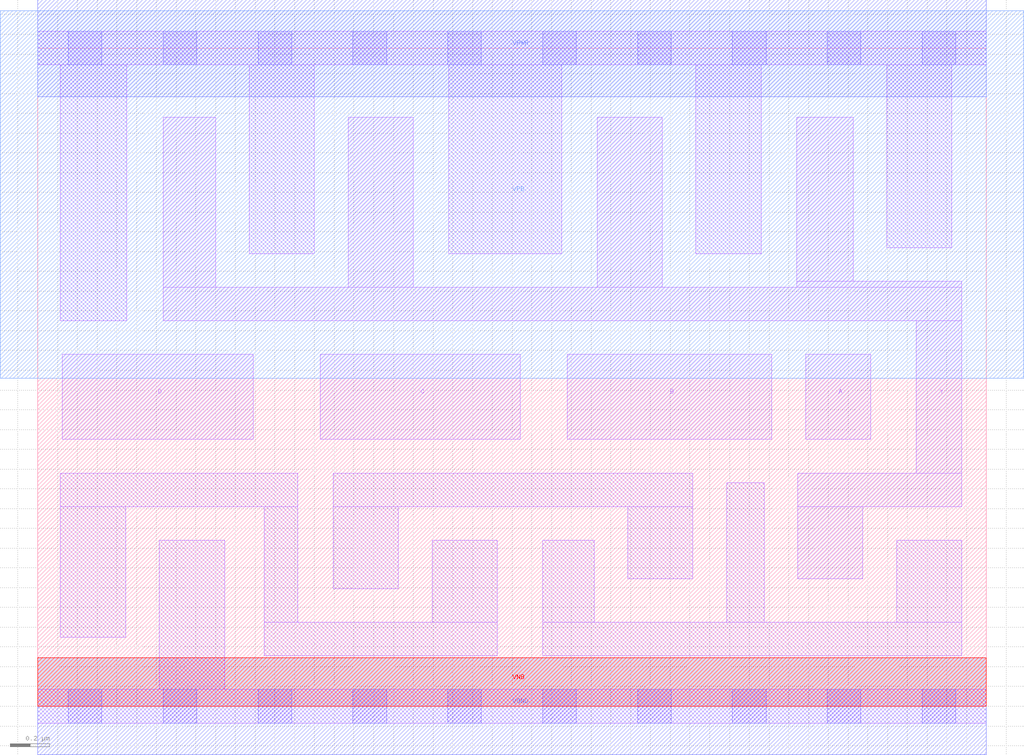
<source format=lef>
# Copyright 2020 The SkyWater PDK Authors
#
# Licensed under the Apache License, Version 2.0 (the "License");
# you may not use this file except in compliance with the License.
# You may obtain a copy of the License at
#
#     https://www.apache.org/licenses/LICENSE-2.0
#
# Unless required by applicable law or agreed to in writing, software
# distributed under the License is distributed on an "AS IS" BASIS,
# WITHOUT WARRANTIES OR CONDITIONS OF ANY KIND, either express or implied.
# See the License for the specific language governing permissions and
# limitations under the License.
#
# SPDX-License-Identifier: Apache-2.0

VERSION 5.7 ;
  NOWIREEXTENSIONATPIN ON ;
  DIVIDERCHAR "/" ;
  BUSBITCHARS "[]" ;
MACRO sky130_fd_sc_hs__nand4_2
  CLASS CORE ;
  FOREIGN sky130_fd_sc_hs__nand4_2 ;
  ORIGIN  0.000000  0.000000 ;
  SIZE  4.800000 BY  3.330000 ;
  SYMMETRY X Y ;
  SITE unit ;
  PIN A
    ANTENNAGATEAREA  0.558000 ;
    DIRECTION INPUT ;
    USE SIGNAL ;
    PORT
      LAYER li1 ;
        RECT 3.885000 1.350000 4.215000 1.780000 ;
    END
  END A
  PIN B
    ANTENNAGATEAREA  0.558000 ;
    DIRECTION INPUT ;
    USE SIGNAL ;
    PORT
      LAYER li1 ;
        RECT 2.680000 1.350000 3.715000 1.780000 ;
    END
  END B
  PIN C
    ANTENNAGATEAREA  0.558000 ;
    DIRECTION INPUT ;
    USE SIGNAL ;
    PORT
      LAYER li1 ;
        RECT 1.430000 1.350000 2.440000 1.780000 ;
    END
  END C
  PIN D
    ANTENNAGATEAREA  0.558000 ;
    DIRECTION INPUT ;
    USE SIGNAL ;
    PORT
      LAYER li1 ;
        RECT 0.125000 1.350000 1.090000 1.780000 ;
    END
  END D
  PIN Y
    ANTENNADIFFAREA  1.633200 ;
    DIRECTION OUTPUT ;
    USE SIGNAL ;
    PORT
      LAYER li1 ;
        RECT 0.635000 1.950000 4.675000 2.120000 ;
        RECT 0.635000 2.120000 0.900000 2.980000 ;
        RECT 1.570000 2.120000 1.900000 2.980000 ;
        RECT 2.830000 2.120000 3.160000 2.980000 ;
        RECT 3.840000 2.120000 4.675000 2.150000 ;
        RECT 3.840000 2.150000 4.125000 2.980000 ;
        RECT 3.845000 0.645000 4.175000 1.010000 ;
        RECT 3.845000 1.010000 4.675000 1.180000 ;
        RECT 4.445000 1.180000 4.675000 1.950000 ;
    END
  END Y
  PIN VGND
    DIRECTION INOUT ;
    USE GROUND ;
    PORT
      LAYER met1 ;
        RECT 0.000000 -0.245000 4.800000 0.245000 ;
    END
  END VGND
  PIN VNB
    DIRECTION INOUT ;
    USE GROUND ;
    PORT
      LAYER pwell ;
        RECT 0.000000 0.000000 4.800000 0.245000 ;
    END
  END VNB
  PIN VPB
    DIRECTION INOUT ;
    USE POWER ;
    PORT
      LAYER nwell ;
        RECT -0.190000 1.660000 4.990000 3.520000 ;
    END
  END VPB
  PIN VPWR
    DIRECTION INOUT ;
    USE POWER ;
    PORT
      LAYER met1 ;
        RECT 0.000000 3.085000 4.800000 3.575000 ;
    END
  END VPWR
  OBS
    LAYER li1 ;
      RECT 0.000000 -0.085000 4.800000 0.085000 ;
      RECT 0.000000  3.245000 4.800000 3.415000 ;
      RECT 0.115000  0.350000 0.445000 1.010000 ;
      RECT 0.115000  1.010000 1.315000 1.180000 ;
      RECT 0.115000  1.950000 0.450000 3.245000 ;
      RECT 0.615000  0.085000 0.945000 0.840000 ;
      RECT 1.070000  2.290000 1.400000 3.245000 ;
      RECT 1.145000  0.255000 2.325000 0.425000 ;
      RECT 1.145000  0.425000 1.315000 1.010000 ;
      RECT 1.495000  0.595000 1.825000 1.010000 ;
      RECT 1.495000  1.010000 3.315000 1.180000 ;
      RECT 1.995000  0.425000 2.325000 0.840000 ;
      RECT 2.080000  2.290000 2.650000 3.245000 ;
      RECT 2.555000  0.255000 4.675000 0.425000 ;
      RECT 2.555000  0.425000 2.815000 0.840000 ;
      RECT 2.985000  0.645000 3.315000 1.010000 ;
      RECT 3.330000  2.290000 3.660000 3.245000 ;
      RECT 3.485000  0.425000 3.675000 1.130000 ;
      RECT 4.295000  2.320000 4.625000 3.245000 ;
      RECT 4.345000  0.425000 4.675000 0.840000 ;
    LAYER mcon ;
      RECT 0.155000 -0.085000 0.325000 0.085000 ;
      RECT 0.155000  3.245000 0.325000 3.415000 ;
      RECT 0.635000 -0.085000 0.805000 0.085000 ;
      RECT 0.635000  3.245000 0.805000 3.415000 ;
      RECT 1.115000 -0.085000 1.285000 0.085000 ;
      RECT 1.115000  3.245000 1.285000 3.415000 ;
      RECT 1.595000 -0.085000 1.765000 0.085000 ;
      RECT 1.595000  3.245000 1.765000 3.415000 ;
      RECT 2.075000 -0.085000 2.245000 0.085000 ;
      RECT 2.075000  3.245000 2.245000 3.415000 ;
      RECT 2.555000 -0.085000 2.725000 0.085000 ;
      RECT 2.555000  3.245000 2.725000 3.415000 ;
      RECT 3.035000 -0.085000 3.205000 0.085000 ;
      RECT 3.035000  3.245000 3.205000 3.415000 ;
      RECT 3.515000 -0.085000 3.685000 0.085000 ;
      RECT 3.515000  3.245000 3.685000 3.415000 ;
      RECT 3.995000 -0.085000 4.165000 0.085000 ;
      RECT 3.995000  3.245000 4.165000 3.415000 ;
      RECT 4.475000 -0.085000 4.645000 0.085000 ;
      RECT 4.475000  3.245000 4.645000 3.415000 ;
  END
END sky130_fd_sc_hs__nand4_2
END LIBRARY

</source>
